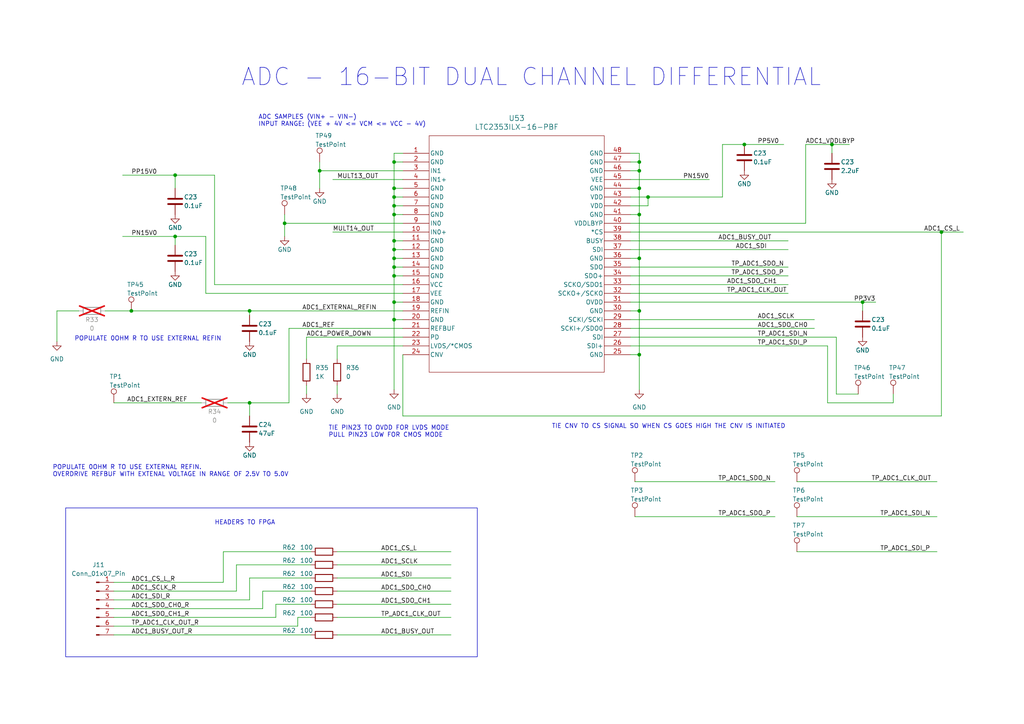
<source format=kicad_sch>
(kicad_sch (version 20230121) (generator eeschema)
  (paper "A4")
  (lib_symbols
    (symbol "Connector:Conn_01x07_Pin" (pin_names (offset 1.016) hide)
      (property "Reference" "J" (at 0 10.16 0))
      (property "Value" "Conn_01x07_Pin" (at 0 -10.16 0))
      (symbol "Conn_01x07_Pin_1_1"
        (polyline (pts (xy 1.27 -7.62) (xy 0.8636 -7.62)) (stroke (width 0.1524)))
        (polyline (pts (xy 1.27 -5.08) (xy 0.8636 -5.08)) (stroke (width 0.1524)))
        (polyline (pts (xy 1.27 -2.54) (xy 0.8636 -2.54)) (stroke (width 0.1524)))
        (polyline (pts (xy 1.27 0) (xy 0.8636 0)) (stroke (width 0.1524)))
        (polyline (pts (xy 1.27 2.54) (xy 0.8636 2.54)) (stroke (width 0.1524)))
        (polyline (pts (xy 1.27 5.08) (xy 0.8636 5.08)) (stroke (width 0.1524)))
        (polyline (pts (xy 1.27 7.62) (xy 0.8636 7.62)) (stroke (width 0.1524)))
        (rectangle (start 0.8636 -7.493) (end 0 -7.747) (stroke (width 0.1524)) (fill (type outline)))
        (rectangle (start 0.8636 -4.953) (end 0 -5.207) (stroke (width 0.1524)) (fill (type outline)))
        (rectangle (start 0.8636 -2.413) (end 0 -2.667) (stroke (width 0.1524)) (fill (type outline)))
        (rectangle (start 0.8636 0.127) (end 0 -0.127) (stroke (width 0.1524)) (fill (type outline)))
        (rectangle (start 0.8636 2.667) (end 0 2.413) (stroke (width 0.1524)) (fill (type outline)))
        (rectangle (start 0.8636 5.207) (end 0 4.953) (stroke (width 0.1524)) (fill (type outline)))
        (rectangle (start 0.8636 7.747) (end 0 7.493) (stroke (width 0.1524)) (fill (type outline)))
        (pin passive line (at 5.08 7.62 180) (length 3.81) (name "Pin_1") (number "1"))
        (pin passive line (at 5.08 5.08 180) (length 3.81) (name "Pin_2") (number "2"))
        (pin passive line (at 5.08 2.54 180) (length 3.81) (name "Pin_3") (number "3"))
        (pin passive line (at 5.08 0 180) (length 3.81) (name "Pin_4") (number "4"))
        (pin passive line (at 5.08 -2.54 180) (length 3.81) (name "Pin_5") (number "5"))
        (pin passive line (at 5.08 -5.08 180) (length 3.81) (name "Pin_6") (number "6"))
        (pin passive line (at 5.08 -7.62 180) (length 3.81) (name "Pin_7") (number "7"))
      )
    )
    (symbol "Connector:TestPoint" (pin_numbers hide) (pin_names (offset 0.762) hide)
      (property "Reference" "TP" (at 0 6.858 0))
      (property "Value" "TestPoint" (at 0 5.08 0))
      (symbol "TestPoint_0_1"
        (circle (center 0 3.302) (radius 0.762))
      )
      (symbol "TestPoint_1_1"
        (pin passive line (at 0 0 90) (length 2.54) (name "1") (number "1"))
      )
    )
    (symbol "Device:C" (pin_numbers hide) (pin_names (offset 0.254))
      (property "Reference" "C" (at 0.635 2.54 0))
      (property "Value" "C" (at 0.635 -2.54 0))
      (symbol "C_0_1"
        (polyline (pts (xy -2.032 -0.762) (xy 2.032 -0.762)) (stroke (width 0.508)))
        (polyline (pts (xy -2.032 0.762) (xy 2.032 0.762)) (stroke (width 0.508)))
      )
      (symbol "C_1_1"
        (pin passive line (at 0 3.81 270) (length 2.794) (name "~") (number "1"))
        (pin passive line (at 0 -3.81 90) (length 2.794) (name "~") (number "2"))
      )
    )
    (symbol "Device:R" (pin_numbers hide) (pin_names (offset 0))
      (property "Reference" "R" (at 2.032 0 90))
      (property "Value" "R" (at 0 0 90))
      (symbol "R_0_1"
        (rectangle (start -1.016 -2.54) (end 1.016 2.54) (stroke (width 0.254)))
      )
      (symbol "R_1_1"
        (pin passive line (at 0 3.81 270) (length 1.27) (name "~") (number "1"))
        (pin passive line (at 0 -3.81 90) (length 1.27) (name "~") (number "2"))
      )
    )
    (symbol "LTC2353ILX-16-PBF:LTC2353ILX-16-PBF" (pin_names (offset 0.254))
      (property "Reference" "U" (at 33.02 10.16 0))
      (property "Value" "LTC2353ILX-16-PBF" (at 33.02 7.62 0))
      (symbol "LTC2353ILX-16-PBF_0_1"
        (polyline (pts (xy 7.62 -63.5) (xy 58.42 -63.5)) (stroke (width 0.127)))
        (polyline (pts (xy 7.62 5.08) (xy 7.62 -63.5)) (stroke (width 0.127)))
        (polyline (pts (xy 58.42 -63.5) (xy 58.42 5.08)) (stroke (width 0.127)))
        (polyline (pts (xy 58.42 5.08) (xy 7.62 5.08)) (stroke (width 0.127)))
        (pin power_out line (at 0 0 0) (length 7.62) (name "GND") (number "1"))
        (pin bidirectional line (at 0 -22.86 0) (length 7.62) (name "IN0+") (number "10"))
        (pin power_out line (at 0 -25.4 0) (length 7.62) (name "GND") (number "11"))
        (pin power_out line (at 0 -27.94 0) (length 7.62) (name "GND") (number "12"))
        (pin power_out line (at 0 -30.48 0) (length 7.62) (name "GND") (number "13"))
        (pin power_out line (at 0 -33.02 0) (length 7.62) (name "GND") (number "14"))
        (pin power_out line (at 0 -35.56 0) (length 7.62) (name "GND") (number "15"))
        (pin power_in line (at 0 -38.1 0) (length 7.62) (name "VCC") (number "16"))
        (pin power_in line (at 0 -40.64 0) (length 7.62) (name "VEE") (number "17"))
        (pin power_out line (at 0 -43.18 0) (length 7.62) (name "GND") (number "18"))
        (pin unspecified line (at 0 -45.72 0) (length 7.62) (name "REFIN") (number "19"))
        (pin power_out line (at 0 -2.54 0) (length 7.62) (name "GND") (number "2"))
        (pin power_out line (at 0 -48.26 0) (length 7.62) (name "GND") (number "20"))
        (pin unspecified line (at 0 -50.8 0) (length 7.62) (name "REFBUF") (number "21"))
        (pin unspecified line (at 0 -53.34 0) (length 7.62) (name "PD") (number "22"))
        (pin unspecified line (at 0 -55.88 0) (length 7.62) (name "LVDS/*CMOS") (number "23"))
        (pin unspecified line (at 0 -58.42 0) (length 7.62) (name "CNV") (number "24"))
        (pin power_out line (at 66.04 -58.42 180) (length 7.62) (name "GND") (number "25"))
        (pin unspecified line (at 66.04 -55.88 180) (length 7.62) (name "SDI+") (number "26"))
        (pin unspecified line (at 66.04 -53.34 180) (length 7.62) (name "SDI") (number "27"))
        (pin unspecified line (at 66.04 -50.8 180) (length 7.62) (name "SCKI+/SDO0") (number "28"))
        (pin unspecified line (at 66.04 -48.26 180) (length 7.62) (name "SCKI/SCKI") (number "29"))
        (pin input line (at 0 -5.08 0) (length 7.62) (name "IN1") (number "3"))
        (pin power_out line (at 66.04 -45.72 180) (length 7.62) (name "GND") (number "30"))
        (pin power_in line (at 66.04 -43.18 180) (length 7.62) (name "OVDD") (number "31"))
        (pin unspecified line (at 66.04 -40.64 180) (length 7.62) (name "SCKO+/SCKO") (number "32"))
        (pin unspecified line (at 66.04 -38.1 180) (length 7.62) (name "SCKO/SDO1") (number "33"))
        (pin unspecified line (at 66.04 -35.56 180) (length 7.62) (name "SDO+") (number "34"))
        (pin unspecified line (at 66.04 -33.02 180) (length 7.62) (name "SDO") (number "35"))
        (pin power_out line (at 66.04 -30.48 180) (length 7.62) (name "GND") (number "36"))
        (pin unspecified line (at 66.04 -27.94 180) (length 7.62) (name "SDI") (number "37"))
        (pin unspecified line (at 66.04 -25.4 180) (length 7.62) (name "BUSY") (number "38"))
        (pin unspecified line (at 66.04 -22.86 180) (length 7.62) (name "*CS") (number "39"))
        (pin input line (at 0 -7.62 0) (length 7.62) (name "IN1+") (number "4"))
        (pin power_in line (at 66.04 -20.32 180) (length 7.62) (name "VDDLBYP") (number "40"))
        (pin power_out line (at 66.04 -17.78 180) (length 7.62) (name "GND") (number "41"))
        (pin power_in line (at 66.04 -15.24 180) (length 7.62) (name "VDD") (number "42"))
        (pin power_in line (at 66.04 -12.7 180) (length 7.62) (name "VDD") (number "43"))
        (pin power_out line (at 66.04 -10.16 180) (length 7.62) (name "GND") (number "44"))
        (pin power_in line (at 66.04 -7.62 180) (length 7.62) (name "VEE") (number "45"))
        (pin power_out line (at 66.04 -5.08 180) (length 7.62) (name "GND") (number "46"))
        (pin power_out line (at 66.04 -2.54 180) (length 7.62) (name "GND") (number "47"))
        (pin power_out line (at 66.04 0 180) (length 7.62) (name "GND") (number "48"))
        (pin power_out line (at 0 -10.16 0) (length 7.62) (name "GND") (number "5"))
        (pin power_out line (at 0 -12.7 0) (length 7.62) (name "GND") (number "6"))
        (pin power_out line (at 0 -15.24 0) (length 7.62) (name "GND") (number "7"))
        (pin power_out line (at 0 -17.78 0) (length 7.62) (name "GND") (number "8"))
        (pin bidirectional line (at 0 -20.32 0) (length 7.62) (name "IN0") (number "9"))
      )
    )
    (symbol "power:GND" (power) (pin_names (offset 0))
      (property "Value" "GND" (at 0 -3.81 0))
      (symbol "GND_0_1"
        (polyline (pts (xy 0 0) (xy 0 -1.27) (xy 1.27 -1.27) (xy 0 -2.54) (xy -1.27 -1.27) (xy 0 -1.27)))
      )
      (symbol "GND_1_1"
        (pin power_in line (at 0 0 270) (length 0) hide (name "GND") (number "1"))
      )
    )
  )
  (junction (at 50.8 68.58))
  (junction (at 185.42 54.61))
  (junction (at 114.3 72.39))
  (junction (at 82.55 64.77))
  (junction (at 241.3 41.91))
  (junction (at 185.42 74.93))
  (junction (at 187.96 57.15))
  (junction (at 185.42 62.23))
  (junction (at 72.39 116.84))
  (junction (at 185.42 49.53))
  (junction (at 114.3 59.69))
  (junction (at 92.71 49.53))
  (junction (at 114.3 92.71))
  (junction (at 114.3 74.93))
  (junction (at 114.3 87.63))
  (junction (at 114.3 77.47))
  (junction (at 185.42 102.87))
  (junction (at 215.9 41.91))
  (junction (at 50.8 50.8))
  (junction (at 114.3 80.01))
  (junction (at 185.42 46.99))
  (junction (at 114.3 69.85))
  (junction (at 114.3 54.61))
  (junction (at 38.1 90.17))
  (junction (at 185.42 90.17))
  (junction (at 72.39 90.17))
  (junction (at 273.05 67.31))
  (junction (at 114.3 57.15))
  (junction (at 114.3 46.99))
  (junction (at 250.19 87.63))
  (junction (at 114.3 62.23))
  (wire (pts (xy 72.39 116.84) (xy 83.82 116.84)))
  (wire (pts (xy 50.8 50.8) (xy 62.23 50.8)))
  (wire (pts (xy 114.3 77.47) (xy 116.84 77.47)))
  (wire (pts (xy 182.88 82.55) (xy 228.6 82.55)))
  (wire (pts (xy 242.57 114.3) (xy 248.92 114.3)))
  (wire (pts (xy 76.2 176.53) (xy 76.2 171.45)))
  (wire (pts (xy 33.02 176.53) (xy 76.2 176.53)))
  (wire (pts (xy 114.3 59.69) (xy 114.3 62.23)))
  (wire (pts (xy 82.55 64.77) (xy 116.84 64.77)))
  (wire (pts (xy 114.3 57.15) (xy 114.3 59.69)))
  (wire (pts (xy 97.79 100.33) (xy 116.84 100.33)))
  (wire (pts (xy 182.88 100.33) (xy 240.03 100.33)))
  (wire (pts (xy 114.3 74.93) (xy 116.84 74.93)))
  (wire (pts (xy 182.88 90.17) (xy 185.42 90.17)))
  (wire (pts (xy 59.69 85.09) (xy 116.84 85.09)))
  (wire (pts (xy 233.68 41.91) (xy 241.3 41.91)))
  (wire (pts (xy 182.88 87.63) (xy 250.19 87.63)))
  (wire (pts (xy 114.3 72.39) (xy 116.84 72.39)))
  (wire (pts (xy 182.88 52.07) (xy 205.74 52.07)))
  (wire (pts (xy 231.14 160.02) (xy 271.78 160.02)))
  (wire (pts (xy 97.79 179.07) (xy 130.81 179.07)))
  (wire (pts (xy 66.04 116.84) (xy 72.39 116.84)))
  (wire (pts (xy 182.88 54.61) (xy 185.42 54.61)))
  (wire (pts (xy 72.39 90.17) (xy 116.84 90.17)))
  (wire (pts (xy 273.05 67.31) (xy 279.4 67.31)))
  (wire (pts (xy 97.79 184.15) (xy 130.81 184.15)))
  (wire (pts (xy 97.79 163.83) (xy 130.81 163.83)))
  (wire (pts (xy 88.9 97.79) (xy 116.84 97.79)))
  (wire (pts (xy 209.55 57.15) (xy 187.96 57.15)))
  (wire (pts (xy 33.02 173.99) (xy 72.39 173.99)))
  (wire (pts (xy 33.02 184.15) (xy 90.17 184.15)))
  (wire (pts (xy 62.23 82.55) (xy 116.84 82.55)))
  (wire (pts (xy 182.88 97.79) (xy 242.57 97.79)))
  (wire (pts (xy 114.3 80.01) (xy 116.84 80.01)))
  (wire (pts (xy 72.39 173.99) (xy 72.39 167.64)))
  (wire (pts (xy 96.52 52.07) (xy 116.84 52.07)))
  (wire (pts (xy 185.42 90.17) (xy 185.42 102.87)))
  (wire (pts (xy 182.88 80.01) (xy 228.6 80.01)))
  (wire (pts (xy 50.8 50.8) (xy 50.8 54.61)))
  (wire (pts (xy 76.2 171.45) (xy 90.17 171.45)))
  (wire (pts (xy 182.88 46.99) (xy 185.42 46.99)))
  (wire (pts (xy 16.51 99.06) (xy 16.51 90.17)))
  (wire (pts (xy 68.58 171.45) (xy 68.58 163.83)))
  (wire (pts (xy 182.88 67.31) (xy 273.05 67.31)))
  (wire (pts (xy 116.84 44.45) (xy 114.3 44.45)))
  (wire (pts (xy 80.01 175.26) (xy 90.17 175.26)))
  (wire (pts (xy 182.88 95.25) (xy 236.22 95.25)))
  (wire (pts (xy 114.3 44.45) (xy 114.3 46.99)))
  (wire (pts (xy 30.48 90.17) (xy 38.1 90.17)))
  (wire (pts (xy 86.36 179.07) (xy 86.36 181.61)))
  (wire (pts (xy 33.02 168.91) (xy 64.77 168.91)))
  (wire (pts (xy 50.8 68.58) (xy 50.8 71.12)))
  (wire (pts (xy 273.05 120.65) (xy 273.05 67.31)))
  (wire (pts (xy 231.14 149.86) (xy 271.78 149.86)))
  (wire (pts (xy 250.19 87.63) (xy 254 87.63)))
  (wire (pts (xy 97.79 111.76) (xy 97.79 114.3)))
  (wire (pts (xy 114.3 69.85) (xy 114.3 72.39)))
  (wire (pts (xy 250.19 87.63) (xy 250.19 90.17)))
  (wire (pts (xy 38.1 90.17) (xy 72.39 90.17)))
  (wire (pts (xy 241.3 41.91) (xy 246.38 41.91)))
  (wire (pts (xy 88.9 97.79) (xy 88.9 104.14)))
  (wire (pts (xy 242.57 97.79) (xy 242.57 114.3)))
  (wire (pts (xy 35.56 68.58) (xy 50.8 68.58)))
  (wire (pts (xy 82.55 62.23) (xy 82.55 64.77)))
  (wire (pts (xy 88.9 111.76) (xy 88.9 114.3)))
  (wire (pts (xy 259.08 116.84) (xy 259.08 114.3)))
  (wire (pts (xy 182.88 92.71) (xy 236.22 92.71)))
  (wire (pts (xy 185.42 54.61) (xy 185.42 62.23)))
  (wire (pts (xy 182.88 59.69) (xy 187.96 59.69)))
  (wire (pts (xy 33.02 179.07) (xy 80.01 179.07)))
  (wire (pts (xy 182.88 49.53) (xy 185.42 49.53)))
  (wire (pts (xy 114.3 46.99) (xy 114.3 54.61)))
  (wire (pts (xy 97.79 100.33) (xy 97.79 104.14)))
  (wire (pts (xy 185.42 102.87) (xy 185.42 113.03)))
  (wire (pts (xy 68.58 163.83) (xy 90.17 163.83)))
  (wire (pts (xy 182.88 64.77) (xy 233.68 64.77)))
  (wire (pts (xy 114.3 92.71) (xy 114.3 113.03)))
  (wire (pts (xy 97.79 171.45) (xy 130.81 171.45)))
  (wire (pts (xy 16.51 90.17) (xy 22.86 90.17)))
  (wire (pts (xy 240.03 116.84) (xy 259.08 116.84)))
  (wire (pts (xy 97.79 160.02) (xy 130.81 160.02)))
  (wire (pts (xy 96.52 67.31) (xy 116.84 67.31)))
  (wire (pts (xy 184.15 149.86) (xy 224.79 149.86)))
  (wire (pts (xy 114.3 54.61) (xy 116.84 54.61)))
  (wire (pts (xy 114.3 62.23) (xy 116.84 62.23)))
  (wire (pts (xy 182.88 74.93) (xy 185.42 74.93)))
  (wire (pts (xy 64.77 160.02) (xy 90.17 160.02)))
  (wire (pts (xy 92.71 49.53) (xy 116.84 49.53)))
  (wire (pts (xy 72.39 167.64) (xy 90.17 167.64)))
  (wire (pts (xy 185.42 74.93) (xy 185.42 90.17)))
  (wire (pts (xy 116.84 120.65) (xy 273.05 120.65)))
  (wire (pts (xy 185.42 49.53) (xy 185.42 54.61)))
  (wire (pts (xy 64.77 168.91) (xy 64.77 160.02)))
  (wire (pts (xy 182.88 62.23) (xy 185.42 62.23)))
  (wire (pts (xy 83.82 95.25) (xy 83.82 116.84)))
  (wire (pts (xy 185.42 44.45) (xy 185.42 46.99)))
  (wire (pts (xy 116.84 102.87) (xy 116.84 120.65)))
  (wire (pts (xy 114.3 69.85) (xy 116.84 69.85)))
  (wire (pts (xy 59.69 85.09) (xy 59.69 68.58)))
  (wire (pts (xy 182.88 69.85) (xy 228.6 69.85)))
  (wire (pts (xy 185.42 62.23) (xy 185.42 74.93)))
  (wire (pts (xy 184.15 139.7) (xy 224.79 139.7)))
  (wire (pts (xy 215.9 41.91) (xy 227.33 41.91)))
  (wire (pts (xy 72.39 120.65) (xy 72.39 116.84)))
  (wire (pts (xy 114.3 57.15) (xy 116.84 57.15)))
  (wire (pts (xy 114.3 46.99) (xy 116.84 46.99)))
  (wire (pts (xy 114.3 87.63) (xy 114.3 92.71)))
  (wire (pts (xy 114.3 72.39) (xy 114.3 74.93)))
  (wire (pts (xy 86.36 181.61) (xy 33.02 181.61)))
  (wire (pts (xy 187.96 59.69) (xy 187.96 57.15)))
  (wire (pts (xy 182.88 77.47) (xy 228.6 77.47)))
  (wire (pts (xy 182.88 72.39) (xy 228.6 72.39)))
  (wire (pts (xy 114.3 77.47) (xy 114.3 80.01)))
  (wire (pts (xy 72.39 90.17) (xy 72.39 91.44)))
  (wire (pts (xy 86.36 179.07) (xy 90.17 179.07)))
  (wire (pts (xy 182.88 85.09) (xy 228.6 85.09)))
  (wire (pts (xy 92.71 46.99) (xy 92.71 49.53)))
  (wire (pts (xy 114.3 80.01) (xy 114.3 87.63)))
  (wire (pts (xy 114.3 87.63) (xy 116.84 87.63)))
  (wire (pts (xy 97.79 167.64) (xy 130.81 167.64)))
  (wire (pts (xy 231.14 139.7) (xy 271.78 139.7)))
  (wire (pts (xy 33.02 171.45) (xy 68.58 171.45)))
  (wire (pts (xy 209.55 41.91) (xy 209.55 57.15)))
  (wire (pts (xy 182.88 102.87) (xy 185.42 102.87)))
  (wire (pts (xy 62.23 50.8) (xy 62.23 82.55)))
  (wire (pts (xy 114.3 54.61) (xy 114.3 57.15)))
  (wire (pts (xy 182.88 57.15) (xy 187.96 57.15)))
  (wire (pts (xy 114.3 74.93) (xy 114.3 77.47)))
  (wire (pts (xy 50.8 68.58) (xy 59.69 68.58)))
  (wire (pts (xy 114.3 92.71) (xy 116.84 92.71)))
  (wire (pts (xy 182.88 44.45) (xy 185.42 44.45)))
  (wire (pts (xy 114.3 59.69) (xy 116.84 59.69)))
  (wire (pts (xy 209.55 41.91) (xy 215.9 41.91)))
  (wire (pts (xy 240.03 100.33) (xy 240.03 116.84)))
  (wire (pts (xy 35.56 50.8) (xy 50.8 50.8)))
  (wire (pts (xy 233.68 64.77) (xy 233.68 41.91)))
  (wire (pts (xy 92.71 49.53) (xy 92.71 54.61)))
  (wire (pts (xy 97.79 175.26) (xy 130.81 175.26)))
  (wire (pts (xy 80.01 175.26) (xy 80.01 179.07)))
  (wire (pts (xy 33.02 116.84) (xy 58.42 116.84)))
  (wire (pts (xy 241.3 41.91) (xy 241.3 44.45)))
  (wire (pts (xy 83.82 95.25) (xy 116.84 95.25)))
  (wire (pts (xy 185.42 46.99) (xy 185.42 49.53)))
  (wire (pts (xy 82.55 64.77) (xy 82.55 68.58)))
  (wire (pts (xy 114.3 62.23) (xy 114.3 69.85)))
  (rectangle (start 19.05 147.32) (end 138.43 190.5))
  (text "POPULATE 0OHM R TO USE EXTERNAL REFIN" (at 21.59 99.06 0) (effects (font (size 1.27 1.27)) (justify left bottom)))
  (text "POPULATE 0OHM R TO USE EXTERNAL REFIN.\nOVERDRIVE REFBUF WITH EXTENAL VOLTAGE IN RANGE OF 2.5V TO 5.0V" (at 15.24 138.43 0) (effects (font (size 1.27 1.27)) (justify left bottom)))
  (text "TIE PIN23 TO OVDD FOR LVDS MODE\nPULL PIN23 LOW FOR CMOS MODE" (at 95.25 127 0) (effects (font (size 1.27 1.27)) (justify left bottom)))
  (text "HEADERS TO FPGA" (at 62.23 152.4 0) (effects (font (size 1.27 1.27)) (justify left bottom)))
  (text "ADC SAMPLES (VIN+ - VIN-)\nINPUT RANGE: (VEE + 4V <= VCM <= VCC - 4V)" (at 74.93 36.83 0) (effects (font (size 1.27 1.27)) (justify left bottom)))
  (text "TIE CNV TO CS SIGNAL SO WHEN CS GOES HIGH THE CNV IS INITIATED" (at 160.02 124.46 0) (effects (font (size 1.27 1.27)) (justify left bottom)))
  (text "ADC - 16-BIT DUAL CHANNEL DIFFERENTIAL" (at 69.85 25.4 0) (effects (font (size 5 5)) (justify left bottom)))
  (label "TP_ADC1_SDI_N" (at 255.27 149.86 0))
  (label "ADC1_CS_L" (at 110.49 160.02 0))
  (label "TP_ADC1_CLK_OUT_R" (at 38.1 181.61 0))
  (label "TP_ADC1_SDI_P" (at 255.27 160.02 0))
  (label "ADC1_SDO_CH0_R" (at 38.1 176.53 0))
  (label "TP_ADC1_CLK_OUT" (at 110.49 179.07 0))
  (label "ADC1_SDI" (at 213.36 72.39 0))
  (label "ADC1_SDI" (at 110.49 167.64 0))
  (label "ADC1_SCLK" (at 219.71 92.71 0))
  (label "TP_ADC1_SDO_N" (at 212.09 77.47 0))
  (label "ADC1_SDO_CH0" (at 110.49 171.45 0))
  (label "PP5V0" (at 219.71 41.91 0))
  (label "MULT14_OUT" (at 96.52 67.31 0))
  (label "ADC1_POWER_DOWN" (at 88.9 97.79 0))
  (label "ADC1_BUSY_OUT" (at 110.49 184.15 0))
  (label "ADC1_SDI_R" (at 38.1 173.99 0))
  (label "ADC1_SCLK_R" (at 38.1 171.45 0))
  (label "TP_ADC1_SDO_N" (at 208.28 139.7 0))
  (label "TP_ADC1_SDI_P" (at 219.71 100.33 0))
  (label "PN15V0" (at 198.12 52.07 0))
  (label "ADC1_BUSY_OUT" (at 208.28 69.85 0))
  (label "ADC1_CS_L_R" (at 38.1 168.91 0))
  (label "ADC1_SDO_CH1" (at 210.82 82.55 0))
  (label "TP_ADC1_SDO_P" (at 212.09 80.01 0))
  (label "ADC1_VDDLBYP" (at 233.68 41.91 0))
  (label "PP15V0" (at 38.1 50.8 0))
  (label "TP_ADC1_SDI_N" (at 219.71 97.79 0))
  (label "ADC1_SCLK" (at 110.49 163.83 0))
  (label "TP_ADC1_CLK_OUT" (at 252.73 139.7 0))
  (label "ADC1_SDO_CH0" (at 219.71 95.25 0))
  (label "ADC1_BUSY_OUT_R" (at 38.1 184.15 0))
  (label "ADC1_SDO_CH1_R" (at 38.1 179.07 0))
  (label "TP_ADC1_SDO_P" (at 208.28 149.86 0))
  (label "ADC1_EXTERNAL_REFIN" (at 87.63 90.17 0))
  (label "TP_ADC1_CLK_OUT" (at 210.82 85.09 0))
  (label "MULT13_OUT" (at 97.79 52.07 0))
  (label "ADC1_EXTERN_REF" (at 36.83 116.84 0))
  (label "ADC1_CS_L" (at 267.97 67.31 0))
  (label "PP3V3" (at 247.65 87.63 0))
  (label "ADC1_SDO_CH1" (at 110.49 175.26 0))
  (label "PN15V0" (at 38.1 68.58 0))
  (label "ADC1_REF" (at 87.63 95.25 0))
  (symbol (lib_id "power:GND") (at 50.8 62.23 0) (unit 1)
    (property "Reference" "#PWR035" (effects hide))
    (property "Value" "GND" (at 50.8 66.04 0))
    (instances (project "fydp" (path "" (reference "#PWR035") (unit 1)) (path "" (reference "#PWR0106") (unit 1)) (path "" (reference "#PWR0214") (unit 1)) (path "" (reference "#PWR0250") (unit 1)) (path "" (reference "#PWR035") (unit 1))))
  )
  (symbol (lib_id "Device:R") (at 93.98 163.83 270) (unit 1)
    (property "Reference" "R62" (at 83.82 162.56 90))
    (property "Value" "100" (at 88.9 162.56 90))
    (property "Footprint" "Resistor_SMD:R_0805_2012Metric" (effects hide))
    (instances (project "fydp" (path "" (reference "R62") (unit 1)) (path "" (reference "R74") (unit 1)) (path "" (reference "R30") (unit 1))))
  )
  (symbol (lib_id "power:GND") (at 50.8 78.74 0) (unit 1)
    (property "Reference" "#PWR035" (effects hide))
    (property "Value" "GND" (at 50.8 82.55 0))
    (instances (project "fydp" (path "" (reference "#PWR035") (unit 1)) (path "" (reference "#PWR0106") (unit 1)) (path "" (reference "#PWR0214") (unit 1)) (path "" (reference "#PWR0250") (unit 1)) (path "" (reference "#PWR035") (unit 1))))
  )
  (symbol (lib_id "Connector:TestPoint") (at 231.14 139.7 0) (unit 1)
    (property "Reference" "TP5" (at 229.87 132.08 0) (effects (justify left)))
    (property "Value" "TestPoint" (at 229.87 134.62 0) (effects (justify left)))
    (property "Footprint" "TestPoint:TestPoint_Pad_1.0x1.0mm" (effects hide))
  )
  (symbol (lib_id "Device:R") (at 93.98 179.07 270) (unit 1)
    (property "Reference" "R62" (at 83.82 177.8 90))
    (property "Value" "100" (at 88.9 177.8 90))
    (property "Footprint" "Resistor_SMD:R_0805_2012Metric" (effects hide))
    (instances (project "fydp" (path "" (reference "R62") (unit 1)) (path "" (reference "R74") (unit 1)) (path "" (reference "R38") (unit 1))))
  )
  (symbol (lib_id "Device:C") (at 250.19 93.98 0) (unit 1)
    (property "Reference" "C23" (at 252.73 92.71 0) (effects (justify left)))
    (property "Value" "0.1uF" (at 252.73 95.25 0) (effects (justify left)))
    (property "Footprint" "Capacitor_SMD:C_0805_2012Metric" (effects hide))
    (instances (project "fydp" (path "" (reference "C23") (unit 1)) (path "" (reference "C70") (unit 1)) (path "" (reference "C142") (unit 1)) (path "" (reference "C166") (unit 1)) (path "" (reference "C23") (unit 1))))
  )
  (symbol (lib_id "Device:R") (at 97.79 107.95 0) (unit 1)
    (property "Reference" "R36" (at 100.33 106.68 0) (effects (justify left)))
    (property "Value" "0" (at 100.33 109.22 0) (effects (justify left)))
    (property "Footprint" "Resistor_SMD:R_0805_2012Metric" (effects hide))
  )
  (symbol (lib_id "Device:R") (at 93.98 160.02 270) (unit 1)
    (property "Reference" "R62" (at 83.82 158.75 90))
    (property "Value" "100" (at 88.9 158.75 90))
    (property "Footprint" "Resistor_SMD:R_0805_2012Metric" (effects hide))
    (instances (project "fydp" (path "" (reference "R62") (unit 1)) (path "" (reference "R74") (unit 1)) (path "" (reference "R29") (unit 1))))
  )
  (symbol (lib_id "power:GND") (at 215.9 49.53 0) (unit 1)
    (property "Reference" "#PWR035" (effects hide))
    (property "Value" "GND" (at 215.9 53.34 0))
    (instances (project "fydp" (path "" (reference "#PWR035") (unit 1)) (path "" (reference "#PWR0106") (unit 1)) (path "" (reference "#PWR0214") (unit 1)) (path "" (reference "#PWR0250") (unit 1)) (path "" (reference "#PWR063") (unit 1))))
  )
  (symbol (lib_id "power:GND") (at 241.3 52.07 0) (unit 1)
    (property "Reference" "#PWR035" (effects hide))
    (property "Value" "GND" (at 241.3 55.88 0))
    (instances (project "fydp" (path "" (reference "#PWR035") (unit 1)) (path "" (reference "#PWR0106") (unit 1)) (path "" (reference "#PWR0214") (unit 1)) (path "" (reference "#PWR0250") (unit 1)) (path "" (reference "#PWR035") (unit 1))))
  )
  (symbol (lib_id "Device:R") (at 93.98 171.45 270) (unit 1)
    (property "Reference" "R62" (at 83.82 170.18 90))
    (property "Value" "100" (at 88.9 170.18 90))
    (property "Footprint" "Resistor_SMD:R_0805_2012Metric" (effects hide))
    (instances (project "fydp" (path "" (reference "R62") (unit 1)) (path "" (reference "R74") (unit 1)) (path "" (reference "R32") (unit 1))))
  )
  (symbol (lib_id "Connector:TestPoint") (at 248.92 114.3 0) (unit 1)
    (property "Reference" "TP1" (at 247.65 106.68 0) (effects (justify left)))
    (property "Value" "TestPoint" (at 247.65 109.22 0) (effects (justify left)))
    (property "Footprint" "TestPoint:TestPoint_Pad_1.0x1.0mm" (effects hide))
    (instances (project "fydp" (path "" (reference "TP46") (unit 1))))
  )
  (symbol (lib_id "power:GND") (at 82.55 68.58 0) (unit 1)
    (property "Reference" "#PWR035" (effects hide))
    (property "Value" "GND" (at 82.55 72.39 0))
    (instances (project "fydp" (path "" (reference "#PWR035") (unit 1)) (path "" (reference "#PWR0106") (unit 1)) (path "" (reference "#PWR0214") (unit 1)) (path "" (reference "#PWR0250") (unit 1)) (path "" (reference "#PWR065") (unit 1))))
  )
  (symbol (lib_id "Device:R") (at 62.23 116.84 270) (unit 1) (dnp yes)
    (property "Reference" "R34" (at 62.23 119.38 90))
    (property "Value" "0" (at 62.23 121.92 90))
    (property "Footprint" "Resistor_SMD:R_0805_2012Metric" (effects hide))
  )
  (symbol (lib_id "power:GND") (at 16.51 99.06 0) (unit 1)
    (property "Reference" "#PWR0208" (effects hide))
    (property "Value" "GND" (at 16.51 104.14 0))
  )
  (symbol (lib_id "Connector:TestPoint") (at 33.02 116.84 0) (unit 1)
    (property "Reference" "TP1" (at 31.75 109.22 0) (effects (justify left)))
    (property "Value" "TestPoint" (at 31.75 111.76 0) (effects (justify left)))
    (property "Footprint" "TestPoint:TestPoint_Pad_1.0x1.0mm" (effects hide))
  )
  (symbol (lib_id "Connector:Conn_01x07_Pin") (at 27.94 176.53 0) (unit 1)
    (property "Reference" "J11" (at 28.575 163.83 0))
    (property "Value" "Conn_01x07_Pin" (at 28.575 166.37 0))
  )
  (symbol (lib_id "Connector:TestPoint") (at 82.55 62.23 0) (unit 1)
    (property "Reference" "TP1" (at 81.28 54.61 0) (effects (justify left)))
    (property "Value" "TestPoint" (at 81.28 57.15 0) (effects (justify left)))
    (property "Footprint" "TestPoint:TestPoint_Pad_1.0x1.0mm" (effects hide))
    (instances (project "fydp" (path "" (reference "TP48") (unit 1))))
  )
  (symbol (lib_id "power:GND") (at 185.42 113.03 0) (unit 1)
    (property "Reference" "#PWR0305" (effects hide))
    (property "Value" "GND" (at 185.42 118.11 0))
  )
  (symbol (lib_id "Device:R") (at 93.98 184.15 270) (unit 1)
    (property "Reference" "R62" (at 83.82 182.88 90))
    (property "Value" "100" (at 88.9 182.88 90))
    (property "Footprint" "Resistor_SMD:R_0805_2012Metric" (effects hide))
    (instances (project "fydp" (path "" (reference "R62") (unit 1)) (path "" (reference "R74") (unit 1)) (path "" (reference "R39") (unit 1))))
  )
  (symbol (lib_id "power:GND") (at 114.3 113.03 0) (unit 1)
    (property "Reference" "#PWR0244" (effects hide))
    (property "Value" "GND" (at 114.3 118.11 0))
  )
  (symbol (lib_id "Connector:TestPoint") (at 184.15 139.7 0) (unit 1)
    (property "Reference" "TP2" (at 182.88 132.08 0) (effects (justify left)))
    (property "Value" "TestPoint" (at 182.88 134.62 0) (effects (justify left)))
    (property "Footprint" "TestPoint:TestPoint_Pad_1.0x1.0mm" (effects hide))
  )
  (symbol (lib_id "Connector:TestPoint") (at 259.08 114.3 0) (unit 1)
    (property "Reference" "TP1" (at 257.81 106.68 0) (effects (justify left)))
    (property "Value" "TestPoint" (at 257.81 109.22 0) (effects (justify left)))
    (property "Footprint" "TestPoint:TestPoint_Pad_1.0x1.0mm" (effects hide))
    (instances (project "fydp" (path "" (reference "TP47") (unit 1))))
  )
  (symbol (lib_id "Connector:TestPoint") (at 231.14 149.86 0) (unit 1)
    (property "Reference" "TP6" (at 229.87 142.24 0) (effects (justify left)))
    (property "Value" "TestPoint" (at 229.87 144.78 0) (effects (justify left)))
    (property "Footprint" "TestPoint:TestPoint_Pad_1.0x1.0mm" (effects hide))
  )
  (symbol (lib_id "power:GND") (at 88.9 114.3 0) (unit 1)
    (property "Reference" "#PWR0279" (effects hide))
    (property "Value" "GND" (at 88.9 119.38 0))
  )
  (symbol (lib_id "Device:R") (at 26.67 90.17 270) (unit 1) (dnp yes)
    (property "Reference" "R33" (at 26.67 92.71 90))
    (property "Value" "0" (at 26.67 95.25 90))
    (property "Footprint" "Resistor_SMD:R_0805_2012Metric" (effects hide))
  )
  (symbol (lib_id "power:GND") (at 250.19 97.79 0) (unit 1)
    (property "Reference" "#PWR035" (effects hide))
    (property "Value" "GND" (at 250.19 101.6 0))
    (instances (project "fydp" (path "" (reference "#PWR035") (unit 1)) (path "" (reference "#PWR0106") (unit 1)) (path "" (reference "#PWR0214") (unit 1)) (path "" (reference "#PWR0250") (unit 1)) (path "" (reference "#PWR035") (unit 1))))
  )
  (symbol (lib_id "Connector:TestPoint") (at 92.71 46.99 0) (unit 1)
    (property "Reference" "TP1" (at 91.44 39.37 0) (effects (justify left)))
    (property "Value" "TestPoint" (at 91.44 41.91 0) (effects (justify left)))
    (property "Footprint" "TestPoint:TestPoint_Pad_1.0x1.0mm" (effects hide))
    (instances (project "fydp" (path "" (reference "TP49") (unit 1))))
  )
  (symbol (lib_id "Device:C") (at 50.8 74.93 0) (unit 1)
    (property "Reference" "C23" (at 53.34 73.66 0) (effects (justify left)))
    (property "Value" "0.1uF" (at 53.34 76.2 0) (effects (justify left)))
    (property "Footprint" "Capacitor_SMD:C_0805_2012Metric" (effects hide))
    (instances (project "fydp" (path "" (reference "C23") (unit 1)) (path "" (reference "C70") (unit 1)) (path "" (reference "C142") (unit 1)) (path "" (reference "C166") (unit 1)) (path "" (reference "C23") (unit 1))))
  )
  (symbol (lib_id "Device:C") (at 72.39 95.25 0) (unit 1)
    (property "Reference" "C23" (at 74.93 93.98 0) (effects (justify left)))
    (property "Value" "0.1uF" (at 74.93 96.52 0) (effects (justify left)))
    (property "Footprint" "Capacitor_SMD:C_0805_2012Metric" (effects hide))
    (instances (project "fydp" (path "" (reference "C23") (unit 1)) (path "" (reference "C70") (unit 1)) (path "" (reference "C142") (unit 1)) (path "" (reference "C166") (unit 1)) (path "" (reference "C23") (unit 1))))
  )
  (symbol (lib_id "Device:C") (at 72.39 124.46 0) (unit 1)
    (property "Reference" "C24" (at 74.93 123.19 0) (effects (justify left)))
    (property "Value" "47uF" (at 74.93 125.73 0) (effects (justify left)))
    (property "Footprint" "Capacitor_SMD:C_0805_2012Metric" (effects hide))
    (instances (project "fydp" (path "" (reference "C24") (unit 1)) (path "" (reference "C72") (unit 1)) (path "" (reference "C144") (unit 1)) (path "" (reference "C168") (unit 1)) (path "" (reference "C24") (unit 1))))
  )
  (symbol (lib_id "power:GND") (at 72.39 128.27 0) (unit 1)
    (property "Reference" "#PWR036" (effects hide))
    (property "Value" "GND" (at 72.39 132.08 0))
    (instances (project "fydp" (path "" (reference "#PWR036") (unit 1)) (path "" (reference "#PWR0108") (unit 1)) (path "" (reference "#PWR0216") (unit 1)) (path "" (reference "#PWR0252") (unit 1)) (path "" (reference "#PWR036") (unit 1))))
  )
  (symbol (lib_id "Device:C") (at 215.9 45.72 0) (unit 1)
    (property "Reference" "C23" (at 218.44 44.45 0) (effects (justify left)))
    (property "Value" "0.1uF" (at 218.44 46.99 0) (effects (justify left)))
    (property "Footprint" "Capacitor_SMD:C_0805_2012Metric" (effects hide))
    (instances (project "fydp" (path "" (reference "C23") (unit 1)) (path "" (reference "C70") (unit 1)) (path "" (reference "C142") (unit 1)) (path "" (reference "C166") (unit 1)) (path "" (reference "C17") (unit 1))))
  )
  (symbol (lib_id "Device:R") (at 93.98 167.64 270) (unit 1)
    (property "Reference" "R62" (at 83.82 166.37 90))
    (property "Value" "100" (at 88.9 166.37 90))
    (property "Footprint" "Resistor_SMD:R_0805_2012Metric" (effects hide))
    (instances (project "fydp" (path "" (reference "R62") (unit 1)) (path "" (reference "R74") (unit 1)) (path "" (reference "R31") (unit 1))))
  )
  (symbol (lib_id "power:GND") (at 92.71 54.61 0) (unit 1)
    (property "Reference" "#PWR035" (effects hide))
    (property "Value" "GND" (at 92.71 58.42 0))
    (instances (project "fydp" (path "" (reference "#PWR035") (unit 1)) (path "" (reference "#PWR0106") (unit 1)) (path "" (reference "#PWR0214") (unit 1)) (path "" (reference "#PWR0250") (unit 1)) (path "" (reference "#PWR064") (unit 1))))
  )
  (symbol (lib_id "LTC2353ILX-16-PBF:LTC2353ILX-16-PBF") (at 116.84 44.45 0) (unit 1)
    (property "Reference" "U53" (at 149.86 34.29 0) (effects (font (size 1.524 1.524))))
    (property "Value" "LTC2353ILX-16-PBF" (at 149.86 36.83 0) (effects (font (size 1.524 1.524))))
    (property "Footprint" "QFP_48_ADI" (effects hide))
    (property "Datasheet" "LTC2353ILX-16-PBF" (effects hide))
  )
  (symbol (lib_id "Connector:TestPoint") (at 184.15 149.86 0) (unit 1)
    (property "Reference" "TP3" (at 182.88 142.24 0) (effects (justify left)))
    (property "Value" "TestPoint" (at 182.88 144.78 0) (effects (justify left)))
    (property "Footprint" "TestPoint:TestPoint_Pad_1.0x1.0mm" (effects hide))
  )
  (symbol (lib_id "Connector:TestPoint") (at 231.14 160.02 0) (unit 1)
    (property "Reference" "TP7" (at 229.87 152.4 0) (effects (justify left)))
    (property "Value" "TestPoint" (at 229.87 154.94 0) (effects (justify left)))
    (property "Footprint" "TestPoint:TestPoint_Pad_1.0x1.0mm" (effects hide))
  )
  (symbol (lib_id "Device:R") (at 88.9 107.95 0) (unit 1)
    (property "Reference" "R35" (at 91.44 106.68 0) (effects (justify left)))
    (property "Value" "1K" (at 91.44 109.22 0) (effects (justify left)))
    (property "Footprint" "Resistor_SMD:R_0805_2012Metric" (effects hide))
  )
  (symbol (lib_id "Device:C") (at 241.3 48.26 0) (unit 1)
    (property "Reference" "C23" (at 243.84 46.99 0) (effects (justify left)))
    (property "Value" "2.2uF" (at 243.84 49.53 0) (effects (justify left)))
    (property "Footprint" "Capacitor_SMD:C_0805_2012Metric" (effects hide))
    (instances (project "fydp" (path "" (reference "C23") (unit 1)) (path "" (reference "C70") (unit 1)) (path "" (reference "C142") (unit 1)) (path "" (reference "C166") (unit 1)) (path "" (reference "C23") (unit 1))))
  )
  (symbol (lib_id "power:GND") (at 72.39 99.06 0) (unit 1)
    (property "Reference" "#PWR035" (effects hide))
    (property "Value" "GND" (at 72.39 102.87 0))
    (instances (project "fydp" (path "" (reference "#PWR035") (unit 1)) (path "" (reference "#PWR0106") (unit 1)) (path "" (reference "#PWR0214") (unit 1)) (path "" (reference "#PWR0250") (unit 1)) (path "" (reference "#PWR035") (unit 1))))
  )
  (symbol (lib_id "power:GND") (at 97.79 114.3 0) (unit 1)
    (property "Reference" "#PWR0280" (effects hide))
    (property "Value" "GND" (at 97.79 119.38 0))
  )
  (symbol (lib_id "Device:R") (at 93.98 175.26 270) (unit 1)
    (property "Reference" "R62" (at 83.82 173.99 90))
    (property "Value" "100" (at 88.9 173.99 90))
    (property "Footprint" "Resistor_SMD:R_0805_2012Metric" (effects hide))
    (instances (project "fydp" (path "" (reference "R62") (unit 1)) (path "" (reference "R74") (unit 1)) (path "" (reference "R37") (unit 1))))
  )
  (symbol (lib_id "Connector:TestPoint") (at 38.1 90.17 0) (unit 1)
    (property "Reference" "TP1" (at 36.83 82.55 0) (effects (justify left)))
    (property "Value" "TestPoint" (at 36.83 85.09 0) (effects (justify left)))
    (property "Footprint" "TestPoint:TestPoint_Pad_1.0x1.0mm" (effects hide))
    (instances (project "fydp" (path "" (reference "TP45") (unit 1))))
  )
  (symbol (lib_id "Device:C") (at 50.8 58.42 0) (unit 1)
    (property "Reference" "C23" (at 53.34 57.15 0) (effects (justify left)))
    (property "Value" "0.1uF" (at 53.34 59.69 0) (effects (justify left)))
    (property "Footprint" "Capacitor_SMD:C_0805_2012Metric" (effects hide))
    (instances (project "fydp" (path "" (reference "C23") (unit 1)) (path "" (reference "C70") (unit 1)) (path "" (reference "C142") (unit 1)) (path "" (reference "C166") (unit 1)) (path "" (reference "C23") (unit 1))))
  )
)
</source>
